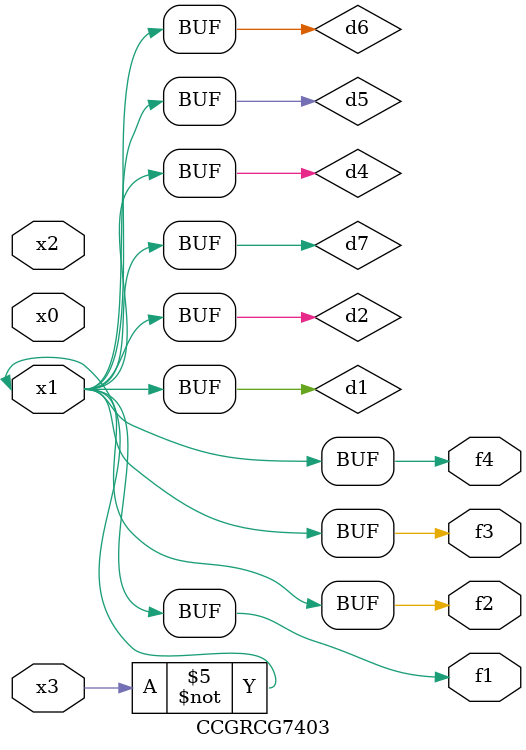
<source format=v>
module CCGRCG7403(
	input x0, x1, x2, x3,
	output f1, f2, f3, f4
);

	wire d1, d2, d3, d4, d5, d6, d7;

	not (d1, x3);
	buf (d2, x1);
	xnor (d3, d1, d2);
	nor (d4, d1);
	buf (d5, d1, d2);
	buf (d6, d4, d5);
	nand (d7, d4);
	assign f1 = d6;
	assign f2 = d7;
	assign f3 = d6;
	assign f4 = d6;
endmodule

</source>
